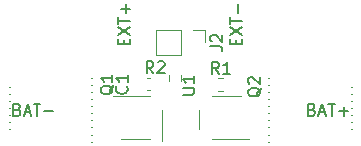
<source format=gbr>
%TF.GenerationSoftware,KiCad,Pcbnew,7.0.8*%
%TF.CreationDate,2023-11-05T18:16:56+01:00*%
%TF.ProjectId,battery-protection,62617474-6572-4792-9d70-726f74656374,2*%
%TF.SameCoordinates,Original*%
%TF.FileFunction,Legend,Top*%
%TF.FilePolarity,Positive*%
%FSLAX46Y46*%
G04 Gerber Fmt 4.6, Leading zero omitted, Abs format (unit mm)*
G04 Created by KiCad (PCBNEW 7.0.8) date 2023-11-05 18:16:56*
%MOMM*%
%LPD*%
G01*
G04 APERTURE LIST*
%ADD10C,0.150000*%
%ADD11C,0.120000*%
G04 APERTURE END LIST*
D10*
X131500000Y-95000000D02*
X131500000Y-95000000D01*
X131500000Y-95600000D02*
X131500000Y-95600000D01*
X131500000Y-96200000D02*
X131500000Y-96200000D01*
X131500000Y-96800000D02*
X131500000Y-96800000D01*
X131500000Y-97400000D02*
X131500000Y-97400000D01*
X131500000Y-98000000D02*
X131500000Y-98000000D01*
X131500000Y-98600000D02*
X131500000Y-98600000D01*
X153500000Y-94250000D02*
X153500000Y-94250000D01*
X153500000Y-94850000D02*
X153500000Y-94850000D01*
X153500000Y-95450000D02*
X153500000Y-95450000D01*
X153500000Y-96050000D02*
X153500000Y-96050000D01*
X153500000Y-96650000D02*
X153500000Y-96650000D01*
X153500000Y-97250000D02*
X153500000Y-97250000D01*
X153500000Y-97850000D02*
X153500000Y-97850000D01*
X153500000Y-98450000D02*
X153500000Y-98450000D01*
X153500000Y-99050000D02*
X153500000Y-99050000D01*
X153500000Y-99650000D02*
X153500000Y-99650000D01*
X138500000Y-94250000D02*
X138500000Y-94250000D01*
X138500000Y-94850000D02*
X138500000Y-94850000D01*
X138500000Y-95450000D02*
X138500000Y-95450000D01*
X138500000Y-96050000D02*
X138500000Y-96050000D01*
X138500000Y-96650000D02*
X138500000Y-96650000D01*
X138500000Y-97250000D02*
X138500000Y-97250000D01*
X138500000Y-97850000D02*
X138500000Y-97850000D01*
X138500000Y-98450000D02*
X138500000Y-98450000D01*
X138500000Y-99050000D02*
X138500000Y-99050000D01*
X138500000Y-99650000D02*
X138500000Y-99650000D01*
X160500000Y-95000000D02*
X160500000Y-95000000D01*
X160500000Y-95600000D02*
X160500000Y-95600000D01*
X160500000Y-96200000D02*
X160500000Y-96200000D01*
X160500000Y-96800000D02*
X160500000Y-96800000D01*
X160500000Y-97400000D02*
X160500000Y-97400000D01*
X160500000Y-98000000D02*
X160500000Y-98000000D01*
X160500000Y-98600000D02*
X160500000Y-98600000D01*
X157115601Y-96931009D02*
X157258458Y-96978628D01*
X157258458Y-96978628D02*
X157306077Y-97026247D01*
X157306077Y-97026247D02*
X157353696Y-97121485D01*
X157353696Y-97121485D02*
X157353696Y-97264342D01*
X157353696Y-97264342D02*
X157306077Y-97359580D01*
X157306077Y-97359580D02*
X157258458Y-97407200D01*
X157258458Y-97407200D02*
X157163220Y-97454819D01*
X157163220Y-97454819D02*
X156782268Y-97454819D01*
X156782268Y-97454819D02*
X156782268Y-96454819D01*
X156782268Y-96454819D02*
X157115601Y-96454819D01*
X157115601Y-96454819D02*
X157210839Y-96502438D01*
X157210839Y-96502438D02*
X157258458Y-96550057D01*
X157258458Y-96550057D02*
X157306077Y-96645295D01*
X157306077Y-96645295D02*
X157306077Y-96740533D01*
X157306077Y-96740533D02*
X157258458Y-96835771D01*
X157258458Y-96835771D02*
X157210839Y-96883390D01*
X157210839Y-96883390D02*
X157115601Y-96931009D01*
X157115601Y-96931009D02*
X156782268Y-96931009D01*
X157734649Y-97169104D02*
X158210839Y-97169104D01*
X157639411Y-97454819D02*
X157972744Y-96454819D01*
X157972744Y-96454819D02*
X158306077Y-97454819D01*
X158496554Y-96454819D02*
X159067982Y-96454819D01*
X158782268Y-97454819D02*
X158782268Y-96454819D01*
X159401316Y-97073866D02*
X160163221Y-97073866D01*
X159782268Y-97454819D02*
X159782268Y-96692914D01*
X132170112Y-96931009D02*
X132312969Y-96978628D01*
X132312969Y-96978628D02*
X132360588Y-97026247D01*
X132360588Y-97026247D02*
X132408207Y-97121485D01*
X132408207Y-97121485D02*
X132408207Y-97264342D01*
X132408207Y-97264342D02*
X132360588Y-97359580D01*
X132360588Y-97359580D02*
X132312969Y-97407200D01*
X132312969Y-97407200D02*
X132217731Y-97454819D01*
X132217731Y-97454819D02*
X131836779Y-97454819D01*
X131836779Y-97454819D02*
X131836779Y-96454819D01*
X131836779Y-96454819D02*
X132170112Y-96454819D01*
X132170112Y-96454819D02*
X132265350Y-96502438D01*
X132265350Y-96502438D02*
X132312969Y-96550057D01*
X132312969Y-96550057D02*
X132360588Y-96645295D01*
X132360588Y-96645295D02*
X132360588Y-96740533D01*
X132360588Y-96740533D02*
X132312969Y-96835771D01*
X132312969Y-96835771D02*
X132265350Y-96883390D01*
X132265350Y-96883390D02*
X132170112Y-96931009D01*
X132170112Y-96931009D02*
X131836779Y-96931009D01*
X132789160Y-97169104D02*
X133265350Y-97169104D01*
X132693922Y-97454819D02*
X133027255Y-96454819D01*
X133027255Y-96454819D02*
X133360588Y-97454819D01*
X133551065Y-96454819D02*
X134122493Y-96454819D01*
X133836779Y-97454819D02*
X133836779Y-96454819D01*
X134455827Y-97073866D02*
X135217732Y-97073866D01*
X150681009Y-91413220D02*
X150681009Y-91079887D01*
X151204819Y-90937030D02*
X151204819Y-91413220D01*
X151204819Y-91413220D02*
X150204819Y-91413220D01*
X150204819Y-91413220D02*
X150204819Y-90937030D01*
X150204819Y-90603696D02*
X151204819Y-89937030D01*
X150204819Y-89937030D02*
X151204819Y-90603696D01*
X150204819Y-89698934D02*
X150204819Y-89127506D01*
X151204819Y-89413220D02*
X150204819Y-89413220D01*
X150823866Y-88794172D02*
X150823866Y-88032268D01*
X141181009Y-91413220D02*
X141181009Y-91079887D01*
X141704819Y-90937030D02*
X141704819Y-91413220D01*
X141704819Y-91413220D02*
X140704819Y-91413220D01*
X140704819Y-91413220D02*
X140704819Y-90937030D01*
X140704819Y-90603696D02*
X141704819Y-89937030D01*
X140704819Y-89937030D02*
X141704819Y-90603696D01*
X140704819Y-89698934D02*
X140704819Y-89127506D01*
X141704819Y-89413220D02*
X140704819Y-89413220D01*
X141323866Y-88794172D02*
X141323866Y-88032268D01*
X141704819Y-88413220D02*
X140942914Y-88413220D01*
X143683333Y-93854819D02*
X143350000Y-93378628D01*
X143111905Y-93854819D02*
X143111905Y-92854819D01*
X143111905Y-92854819D02*
X143492857Y-92854819D01*
X143492857Y-92854819D02*
X143588095Y-92902438D01*
X143588095Y-92902438D02*
X143635714Y-92950057D01*
X143635714Y-92950057D02*
X143683333Y-93045295D01*
X143683333Y-93045295D02*
X143683333Y-93188152D01*
X143683333Y-93188152D02*
X143635714Y-93283390D01*
X143635714Y-93283390D02*
X143588095Y-93331009D01*
X143588095Y-93331009D02*
X143492857Y-93378628D01*
X143492857Y-93378628D02*
X143111905Y-93378628D01*
X144064286Y-92950057D02*
X144111905Y-92902438D01*
X144111905Y-92902438D02*
X144207143Y-92854819D01*
X144207143Y-92854819D02*
X144445238Y-92854819D01*
X144445238Y-92854819D02*
X144540476Y-92902438D01*
X144540476Y-92902438D02*
X144588095Y-92950057D01*
X144588095Y-92950057D02*
X144635714Y-93045295D01*
X144635714Y-93045295D02*
X144635714Y-93140533D01*
X144635714Y-93140533D02*
X144588095Y-93283390D01*
X144588095Y-93283390D02*
X144016667Y-93854819D01*
X144016667Y-93854819D02*
X144635714Y-93854819D01*
X149233333Y-93904819D02*
X148900000Y-93428628D01*
X148661905Y-93904819D02*
X148661905Y-92904819D01*
X148661905Y-92904819D02*
X149042857Y-92904819D01*
X149042857Y-92904819D02*
X149138095Y-92952438D01*
X149138095Y-92952438D02*
X149185714Y-93000057D01*
X149185714Y-93000057D02*
X149233333Y-93095295D01*
X149233333Y-93095295D02*
X149233333Y-93238152D01*
X149233333Y-93238152D02*
X149185714Y-93333390D01*
X149185714Y-93333390D02*
X149138095Y-93381009D01*
X149138095Y-93381009D02*
X149042857Y-93428628D01*
X149042857Y-93428628D02*
X148661905Y-93428628D01*
X150185714Y-93904819D02*
X149614286Y-93904819D01*
X149900000Y-93904819D02*
X149900000Y-92904819D01*
X149900000Y-92904819D02*
X149804762Y-93047676D01*
X149804762Y-93047676D02*
X149709524Y-93142914D01*
X149709524Y-93142914D02*
X149614286Y-93190533D01*
X152800057Y-95095238D02*
X152752438Y-95190476D01*
X152752438Y-95190476D02*
X152657200Y-95285714D01*
X152657200Y-95285714D02*
X152514342Y-95428571D01*
X152514342Y-95428571D02*
X152466723Y-95523809D01*
X152466723Y-95523809D02*
X152466723Y-95619047D01*
X152704819Y-95571428D02*
X152657200Y-95666666D01*
X152657200Y-95666666D02*
X152561961Y-95761904D01*
X152561961Y-95761904D02*
X152371485Y-95809523D01*
X152371485Y-95809523D02*
X152038152Y-95809523D01*
X152038152Y-95809523D02*
X151847676Y-95761904D01*
X151847676Y-95761904D02*
X151752438Y-95666666D01*
X151752438Y-95666666D02*
X151704819Y-95571428D01*
X151704819Y-95571428D02*
X151704819Y-95380952D01*
X151704819Y-95380952D02*
X151752438Y-95285714D01*
X151752438Y-95285714D02*
X151847676Y-95190476D01*
X151847676Y-95190476D02*
X152038152Y-95142857D01*
X152038152Y-95142857D02*
X152371485Y-95142857D01*
X152371485Y-95142857D02*
X152561961Y-95190476D01*
X152561961Y-95190476D02*
X152657200Y-95285714D01*
X152657200Y-95285714D02*
X152704819Y-95380952D01*
X152704819Y-95380952D02*
X152704819Y-95571428D01*
X151800057Y-94761904D02*
X151752438Y-94714285D01*
X151752438Y-94714285D02*
X151704819Y-94619047D01*
X151704819Y-94619047D02*
X151704819Y-94380952D01*
X151704819Y-94380952D02*
X151752438Y-94285714D01*
X151752438Y-94285714D02*
X151800057Y-94238095D01*
X151800057Y-94238095D02*
X151895295Y-94190476D01*
X151895295Y-94190476D02*
X151990533Y-94190476D01*
X151990533Y-94190476D02*
X152133390Y-94238095D01*
X152133390Y-94238095D02*
X152704819Y-94809523D01*
X152704819Y-94809523D02*
X152704819Y-94190476D01*
X148514819Y-91583333D02*
X149229104Y-91583333D01*
X149229104Y-91583333D02*
X149371961Y-91630952D01*
X149371961Y-91630952D02*
X149467200Y-91726190D01*
X149467200Y-91726190D02*
X149514819Y-91869047D01*
X149514819Y-91869047D02*
X149514819Y-91964285D01*
X148610057Y-91154761D02*
X148562438Y-91107142D01*
X148562438Y-91107142D02*
X148514819Y-91011904D01*
X148514819Y-91011904D02*
X148514819Y-90773809D01*
X148514819Y-90773809D02*
X148562438Y-90678571D01*
X148562438Y-90678571D02*
X148610057Y-90630952D01*
X148610057Y-90630952D02*
X148705295Y-90583333D01*
X148705295Y-90583333D02*
X148800533Y-90583333D01*
X148800533Y-90583333D02*
X148943390Y-90630952D01*
X148943390Y-90630952D02*
X149514819Y-91202380D01*
X149514819Y-91202380D02*
X149514819Y-90583333D01*
X146154819Y-95661904D02*
X146964342Y-95661904D01*
X146964342Y-95661904D02*
X147059580Y-95614285D01*
X147059580Y-95614285D02*
X147107200Y-95566666D01*
X147107200Y-95566666D02*
X147154819Y-95471428D01*
X147154819Y-95471428D02*
X147154819Y-95280952D01*
X147154819Y-95280952D02*
X147107200Y-95185714D01*
X147107200Y-95185714D02*
X147059580Y-95138095D01*
X147059580Y-95138095D02*
X146964342Y-95090476D01*
X146964342Y-95090476D02*
X146154819Y-95090476D01*
X147154819Y-94090476D02*
X147154819Y-94661904D01*
X147154819Y-94376190D02*
X146154819Y-94376190D01*
X146154819Y-94376190D02*
X146297676Y-94471428D01*
X146297676Y-94471428D02*
X146392914Y-94566666D01*
X146392914Y-94566666D02*
X146440533Y-94661904D01*
X141409580Y-94966666D02*
X141457200Y-95014285D01*
X141457200Y-95014285D02*
X141504819Y-95157142D01*
X141504819Y-95157142D02*
X141504819Y-95252380D01*
X141504819Y-95252380D02*
X141457200Y-95395237D01*
X141457200Y-95395237D02*
X141361961Y-95490475D01*
X141361961Y-95490475D02*
X141266723Y-95538094D01*
X141266723Y-95538094D02*
X141076247Y-95585713D01*
X141076247Y-95585713D02*
X140933390Y-95585713D01*
X140933390Y-95585713D02*
X140742914Y-95538094D01*
X140742914Y-95538094D02*
X140647676Y-95490475D01*
X140647676Y-95490475D02*
X140552438Y-95395237D01*
X140552438Y-95395237D02*
X140504819Y-95252380D01*
X140504819Y-95252380D02*
X140504819Y-95157142D01*
X140504819Y-95157142D02*
X140552438Y-95014285D01*
X140552438Y-95014285D02*
X140600057Y-94966666D01*
X141504819Y-94014285D02*
X141504819Y-94585713D01*
X141504819Y-94299999D02*
X140504819Y-94299999D01*
X140504819Y-94299999D02*
X140647676Y-94395237D01*
X140647676Y-94395237D02*
X140742914Y-94490475D01*
X140742914Y-94490475D02*
X140790533Y-94585713D01*
X140300057Y-94895238D02*
X140252438Y-94990476D01*
X140252438Y-94990476D02*
X140157200Y-95085714D01*
X140157200Y-95085714D02*
X140014342Y-95228571D01*
X140014342Y-95228571D02*
X139966723Y-95323809D01*
X139966723Y-95323809D02*
X139966723Y-95419047D01*
X140204819Y-95371428D02*
X140157200Y-95466666D01*
X140157200Y-95466666D02*
X140061961Y-95561904D01*
X140061961Y-95561904D02*
X139871485Y-95609523D01*
X139871485Y-95609523D02*
X139538152Y-95609523D01*
X139538152Y-95609523D02*
X139347676Y-95561904D01*
X139347676Y-95561904D02*
X139252438Y-95466666D01*
X139252438Y-95466666D02*
X139204819Y-95371428D01*
X139204819Y-95371428D02*
X139204819Y-95180952D01*
X139204819Y-95180952D02*
X139252438Y-95085714D01*
X139252438Y-95085714D02*
X139347676Y-94990476D01*
X139347676Y-94990476D02*
X139538152Y-94942857D01*
X139538152Y-94942857D02*
X139871485Y-94942857D01*
X139871485Y-94942857D02*
X140061961Y-94990476D01*
X140061961Y-94990476D02*
X140157200Y-95085714D01*
X140157200Y-95085714D02*
X140204819Y-95180952D01*
X140204819Y-95180952D02*
X140204819Y-95371428D01*
X140204819Y-93990476D02*
X140204819Y-94561904D01*
X140204819Y-94276190D02*
X139204819Y-94276190D01*
X139204819Y-94276190D02*
X139347676Y-94371428D01*
X139347676Y-94371428D02*
X139442914Y-94466666D01*
X139442914Y-94466666D02*
X139490533Y-94561904D01*
D11*
%TO.C,R2*%
X144977500Y-94012742D02*
X144977500Y-94487258D01*
X146022500Y-94012742D02*
X146022500Y-94487258D01*
%TO.C,R1*%
X149137742Y-94277500D02*
X149612258Y-94277500D01*
X149137742Y-95322500D02*
X149612258Y-95322500D01*
%TO.C,Q2*%
X151810000Y-99410000D02*
X148680000Y-99410000D01*
X151140000Y-95810000D02*
X148680000Y-95810000D01*
%TO.C,J2*%
X148060000Y-90190000D02*
X148060000Y-91250000D01*
X147000000Y-90190000D02*
X148060000Y-90190000D01*
X146000000Y-90190000D02*
X143940000Y-90190000D01*
X146000000Y-90190000D02*
X146000000Y-92310000D01*
X143940000Y-90190000D02*
X143940000Y-92310000D01*
X146000000Y-92310000D02*
X143940000Y-92310000D01*
%TO.C,U1*%
X147560000Y-97800000D02*
X147560000Y-97000000D01*
X147560000Y-97800000D02*
X147560000Y-98600000D01*
X144440000Y-97800000D02*
X144440000Y-97000000D01*
X144440000Y-97800000D02*
X144440000Y-99600000D01*
%TO.C,C1*%
X143390580Y-95310000D02*
X143109420Y-95310000D01*
X143390580Y-94290000D02*
X143109420Y-94290000D01*
%TO.C,Q1*%
X140910000Y-99410000D02*
X143370000Y-99410000D01*
X140240000Y-95810000D02*
X143370000Y-95810000D01*
%TD*%
M02*

</source>
